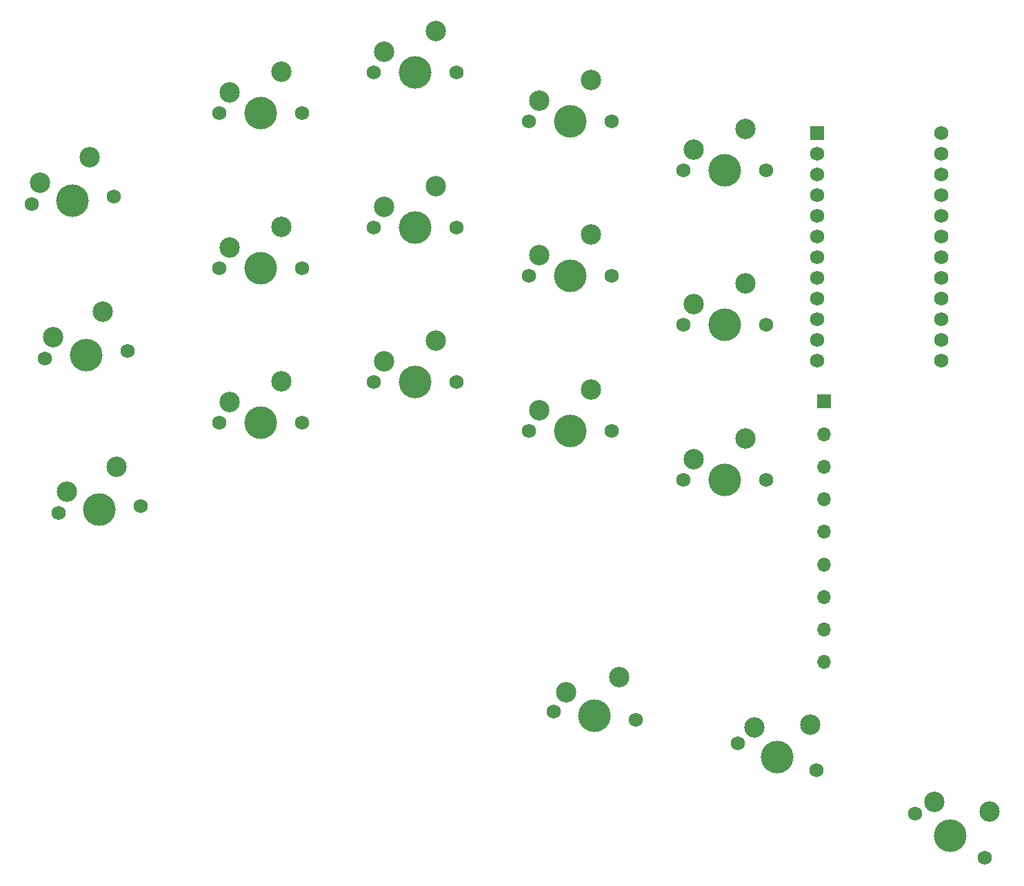
<source format=gbr>
%TF.GenerationSoftware,KiCad,Pcbnew,7.0.7*%
%TF.CreationDate,2023-09-27T07:47:07-06:00*%
%TF.ProjectId,keyboard - left,6b657962-6f61-4726-9420-2d206c656674,rev?*%
%TF.SameCoordinates,Original*%
%TF.FileFunction,Soldermask,Bot*%
%TF.FilePolarity,Negative*%
%FSLAX46Y46*%
G04 Gerber Fmt 4.6, Leading zero omitted, Abs format (unit mm)*
G04 Created by KiCad (PCBNEW 7.0.7) date 2023-09-27 07:47:07*
%MOMM*%
%LPD*%
G01*
G04 APERTURE LIST*
%ADD10C,1.750000*%
%ADD11C,4.000000*%
%ADD12C,2.500000*%
%ADD13R,1.700000X1.700000*%
%ADD14O,1.700000X1.700000*%
%ADD15R,1.752600X1.752600*%
%ADD16C,1.752600*%
G04 APERTURE END LIST*
D10*
%TO.C,S8*%
X56767381Y-70603631D03*
D11*
X61847381Y-70603631D03*
D10*
X66927381Y-70603631D03*
D12*
X58037381Y-68063631D03*
X64387381Y-65523631D03*
%TD*%
D10*
%TO.C,S11*%
X75767381Y-76603631D03*
D11*
X80847381Y-76603631D03*
D10*
X85927381Y-76603631D03*
D12*
X77037381Y-74063631D03*
X83387381Y-71523631D03*
%TD*%
D10*
%TO.C,S2*%
X16350501Y-86717930D03*
D11*
X21411170Y-86275179D03*
D10*
X26471839Y-85832428D03*
D12*
X17394293Y-84076908D03*
X23498753Y-80993134D03*
%TD*%
D10*
%TO.C,S5*%
X37767381Y-75603631D03*
D11*
X42847381Y-75603631D03*
D10*
X47927381Y-75603631D03*
D12*
X39037381Y-73063631D03*
X45387381Y-70523631D03*
%TD*%
D10*
%TO.C,S6*%
X37767381Y-94603631D03*
D11*
X42847381Y-94603631D03*
D10*
X47927381Y-94603631D03*
D12*
X39037381Y-92063631D03*
X45387381Y-89523631D03*
%TD*%
D10*
%TO.C,S1*%
X14713224Y-67748165D03*
D11*
X19773893Y-67305414D03*
D10*
X24834562Y-66862663D03*
D12*
X15757016Y-65107143D03*
X21861476Y-62023369D03*
%TD*%
D10*
%TO.C,S7*%
X56767381Y-51603631D03*
D11*
X61847381Y-51603631D03*
D10*
X66927381Y-51603631D03*
D12*
X58037381Y-49063631D03*
X64387381Y-46523631D03*
%TD*%
D10*
%TO.C,S16*%
X78790157Y-130061034D03*
D11*
X83842328Y-130592039D03*
D10*
X88894499Y-131123044D03*
D12*
X80318702Y-127667700D03*
X86899418Y-125805370D03*
%TD*%
D10*
%TO.C,S10*%
X75767381Y-57603631D03*
D11*
X80847381Y-57603631D03*
D10*
X85927381Y-57603631D03*
D12*
X77037381Y-55063631D03*
X83387381Y-52523631D03*
%TD*%
D10*
%TO.C,S18*%
X123167892Y-142643050D03*
D11*
X127475976Y-145335040D03*
D10*
X131784060Y-148027030D03*
D12*
X125590908Y-141162005D03*
X132322008Y-142372951D03*
%TD*%
D10*
%TO.C,S4*%
X37767381Y-56603631D03*
D11*
X42847381Y-56603631D03*
D10*
X47927381Y-56603631D03*
D12*
X39037381Y-54063631D03*
X45387381Y-51523631D03*
%TD*%
D10*
%TO.C,S17*%
X101457718Y-133987299D03*
D11*
X106260952Y-135641185D03*
D10*
X111064186Y-137295071D03*
D12*
X103485469Y-131999153D03*
X110316455Y-131664894D03*
%TD*%
D13*
%TO.C,J1*%
X112000000Y-92000000D03*
D14*
X112000000Y-96000000D03*
X112000000Y-100000000D03*
X112000000Y-104000000D03*
X112000000Y-108000000D03*
X112000000Y-112000000D03*
X112000000Y-116000000D03*
X112000000Y-120000000D03*
X112000000Y-124000000D03*
%TD*%
D10*
%TO.C,S3*%
X17999132Y-105706470D03*
D11*
X23059801Y-105263719D03*
D10*
X28120470Y-104820968D03*
D12*
X19042924Y-103065448D03*
X25147384Y-99981674D03*
%TD*%
D10*
%TO.C,S14*%
X94767381Y-82603631D03*
D11*
X99847381Y-82603631D03*
D10*
X104927381Y-82603631D03*
D12*
X96037381Y-80063631D03*
X102387381Y-77523631D03*
%TD*%
D15*
%TO.C,U2*%
X111180000Y-59030000D03*
D16*
X111180000Y-61570000D03*
X111180000Y-64110000D03*
X111180000Y-66650000D03*
X111180000Y-69190000D03*
X111180000Y-71730000D03*
X111180000Y-74270000D03*
X111180000Y-76810000D03*
X111180000Y-79350000D03*
X111180000Y-81890000D03*
X111180000Y-84430000D03*
X111180000Y-86970000D03*
X126420000Y-86970000D03*
X126420000Y-84430000D03*
X126420000Y-81890000D03*
X126420000Y-79350000D03*
X126420000Y-76810000D03*
X126420000Y-74270000D03*
X126420000Y-71730000D03*
X126420000Y-69190000D03*
X126420000Y-66650000D03*
X126420000Y-64110000D03*
X126420000Y-61570000D03*
X126420000Y-59030000D03*
%TD*%
D10*
%TO.C,S13*%
X94767381Y-63603631D03*
D11*
X99847381Y-63603631D03*
D10*
X104927381Y-63603631D03*
D12*
X96037381Y-61063631D03*
X102387381Y-58523631D03*
%TD*%
D10*
%TO.C,S12*%
X75767381Y-95603631D03*
D11*
X80847381Y-95603631D03*
D10*
X85927381Y-95603631D03*
D12*
X77037381Y-93063631D03*
X83387381Y-90523631D03*
%TD*%
D10*
%TO.C,S9*%
X56767381Y-89603631D03*
D11*
X61847381Y-89603631D03*
D10*
X66927381Y-89603631D03*
D12*
X58037381Y-87063631D03*
X64387381Y-84523631D03*
%TD*%
D10*
%TO.C,S15*%
X94767381Y-101603631D03*
D11*
X99847381Y-101603631D03*
D10*
X104927381Y-101603631D03*
D12*
X96037381Y-99063631D03*
X102387381Y-96523631D03*
%TD*%
M02*

</source>
